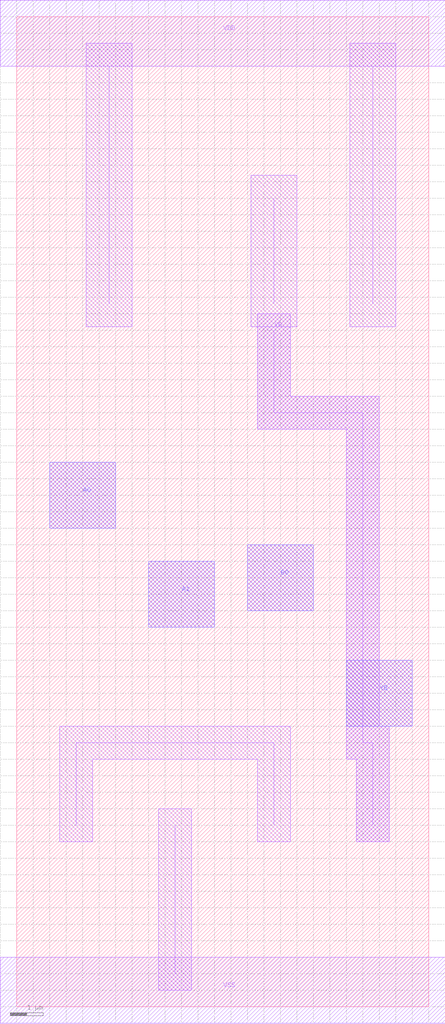
<source format=lef>
VERSION 5.5 ;
NAMESCASESENSITIVE ON ;
BUSBITCHARS "[]" ;
DIVIDERCHAR "/" ;

MACRO na212
  CLASS CORE ;
  SOURCE USER ;
  ORIGIN 0 0 ;
  SIZE 12.500 BY 30.000 ;
  SYMMETRY X Y ;
  SITE unit ;
 
  PIN A0
    USE SIGNAL ;
    PORT
      LAYER ML2 ;
        POLYGON 1.000 14.500  1.000 16.500  3.000 16.500  3.000 14.500  1.000 
        14.500  ;
    END
    PORT
      LAYER ML1 ;
        POLYGON 1.000 14.500  1.000 16.500  3.000 16.500  3.000 14.500  1.000 
        14.500  ;
    END
  END A0
  PIN A1
    USE SIGNAL ;
    PORT
      LAYER ML2 ;
        POLYGON 4.000 11.500  4.000 13.500  6.000 13.500  6.000 11.500  4.000 
        11.500  ;
    END
    PORT
      LAYER ML1 ;
        POLYGON 4.000 11.500  4.000 13.500  6.000 13.500  6.000 11.500  4.000 
        11.500  ;
    END
  END A1
  PIN B0
    USE SIGNAL ;
    PORT
      LAYER ML2 ;
        POLYGON 7.000 12.000  7.000 14.000  9.000 14.000  9.000 12.000  7.000 
        12.000  ;
    END
    PORT
      LAYER ML1 ;
        POLYGON 7.000 12.000  7.000 14.000  9.000 14.000  9.000 12.000  7.000 
        12.000  ;
    END
  END B0
  PIN VDD
    USE POWER ;
    PORT
      LAYER ML1 ;
        RECT -0.500 28.500  13.000 30.500  ;
    END
  END VDD
  PIN VSS
    USE GROUND ;
    PORT
      LAYER ML1 ;
        RECT -0.500 -0.500  13.000 1.500  ;
    END
  END VSS
  PIN YB
    USE SIGNAL ;
    PORT
      LAYER ML1 ;
        WIDTH 1.000  ;
        PATH 7.800 20.500 7.800 18.000 10.500 18.000 10.500 8.000 10.800 8.000 
        10.800 5.500  ;
    END
    PORT
      LAYER ML1 ;
        POLYGON 10.000 8.500  10.000 10.500  12.000 10.500  12.000 8.500  
        10.000 8.500  ;
    END
    PORT
      LAYER ML2 ;
        POLYGON 10.000 8.500  10.000 10.500  12.000 10.500  12.000 8.500  
        10.000 8.500  ;
    END
  END YB
  OBS

    LAYER ML1 ;

      WIDTH 1.000  ;
      PATH 4.800 1.000 4.800 5.500  ;
      WIDTH 1.400  ;
      PATH 2.800 21.300 2.800 28.500  ;

      WIDTH 1.000  ;
      PATH 7.800 20.500 7.800 18.000 10.500 18.000 10.500 8.000 10.800 8.000 
      10.800 5.500  ;
      WIDTH 1.400  ;
      PATH 10.800 21.300 10.800 28.500  ;
      WIDTH 1.400  ;
      PATH 7.800 21.300 7.800 24.500  ;
      WIDTH 1.000  ;
      PATH 7.800 5.500 7.800 8.000 1.800 8.000 1.800 5.500  ;

    VIA 1.800 5.500  dcont ;
    VIA 2.800 22.500  dcont ;
    VIA 2.800 20.500  dcont ;
    VIA 2.800 24.500  dcont ;
    VIA 4.800 5.500  dcont ;
    VIA 7.800 24.500  dcont ;
    VIA 7.800 22.500  dcont ;
    VIA 7.800 20.500  dcont ;
    VIA 7.800 5.500  dcont ;
    VIA 10.800 5.500  dcont ;
    VIA 10.800 20.500  dcont ;
    VIA 10.800 22.500  dcont ;
    VIA 10.800 24.500  dcont ;
    VIA 8.000 13.000  pcont ;
    VIA 8.200 29.500  nsubcont ;
    VIA 5.000 12.500  pcont ;
    VIA 2.000 15.500  pcont ;
    VIA 6.500 0.500  psubcont ;
  END
END na212

MACRO dcont
  CLASS CORE ;
  OBS
    LAYER ML1 ;
      RECT -1.000 -1.000  1.000 1.000  ;
  END
END dcont

MACRO pcont
  CLASS CORE ;
  OBS
    LAYER ML1 ;
      RECT -1.000 -1.000  1.000 1.000  ;
  END
END pcont

MACRO nsubcont
  CLASS CORE ;
  OBS
    LAYER ML1 ;
      RECT -1.000 -1.000  1.000 1.000  ;
  END
END nsubcont

MACRO psubcont
  CLASS CORE ;
  OBS
    LAYER ML1 ;
      RECT -1.000 -1.000  1.000 1.000  ;
  END
END psubcont


END LIBRARY

</source>
